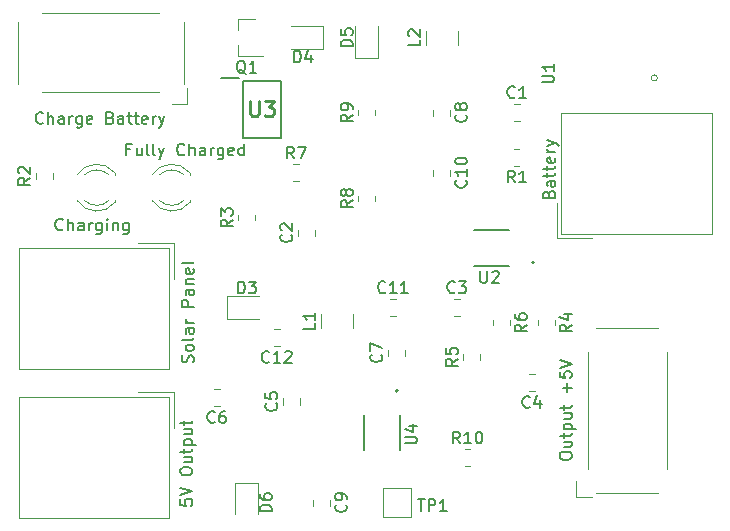
<source format=gbr>
%TF.GenerationSoftware,KiCad,Pcbnew,(5.1.10)-1*%
%TF.CreationDate,2021-08-29T18:49:46-07:00*%
%TF.ProjectId,Solar Charger,536f6c61-7220-4436-9861-726765722e6b,rev?*%
%TF.SameCoordinates,Original*%
%TF.FileFunction,Legend,Top*%
%TF.FilePolarity,Positive*%
%FSLAX46Y46*%
G04 Gerber Fmt 4.6, Leading zero omitted, Abs format (unit mm)*
G04 Created by KiCad (PCBNEW (5.1.10)-1) date 2021-08-29 18:49:46*
%MOMM*%
%LPD*%
G01*
G04 APERTURE LIST*
%ADD10C,0.120000*%
%ADD11C,0.200000*%
%ADD12C,0.127000*%
%ADD13C,0.150000*%
%ADD14C,0.254000*%
G04 APERTURE END LIST*
D10*
%TO.C,Output +5V*%
X116810000Y-94740000D02*
X116810000Y-93440000D01*
X118110000Y-94740000D02*
X116810000Y-94740000D01*
X124460000Y-82490000D02*
X124460000Y-92390000D01*
X117760000Y-92390000D02*
X117760000Y-82490000D01*
X123710000Y-94440000D02*
X118510000Y-94440000D01*
X118510000Y-80440000D02*
X123710000Y-80440000D01*
%TO.C,Fully Charged*%
X81508870Y-67500163D02*
G75*
G02*
X83590961Y-67500000I1041130J-1079837D01*
G01*
X81508870Y-69659837D02*
G75*
G03*
X83590961Y-69660000I1041130J1079837D01*
G01*
X80877665Y-67501392D02*
G75*
G02*
X84110000Y-67344484I1672335J-1078608D01*
G01*
X80877665Y-69658608D02*
G75*
G03*
X84110000Y-69815516I1672335J1078608D01*
G01*
X84110000Y-69816000D02*
X84110000Y-69660000D01*
X84110000Y-67500000D02*
X84110000Y-67344000D01*
%TO.C,Charge Battery*%
X83850000Y-61470000D02*
X82550000Y-61470000D01*
X83850000Y-60170000D02*
X83850000Y-61470000D01*
X71600000Y-53820000D02*
X81500000Y-53820000D01*
X81500000Y-60520000D02*
X71600000Y-60520000D01*
X83550000Y-54570000D02*
X83550000Y-59770000D01*
X69550000Y-59770000D02*
X69550000Y-54570000D01*
D11*
%TO.C,U4*%
X101685000Y-85770000D02*
G75*
G03*
X101685000Y-85770000I-100000J0D01*
G01*
D12*
X101865000Y-87790000D02*
X101865000Y-90790000D01*
X98795000Y-87790000D02*
X98795000Y-90790000D01*
D11*
%TO.C,U3*%
X88570000Y-59510000D02*
X91770000Y-59510000D01*
X91770000Y-59510000D02*
X91770000Y-64410000D01*
X91770000Y-64410000D02*
X88570000Y-64410000D01*
X88570000Y-64410000D02*
X88570000Y-59510000D01*
X86695000Y-59285000D02*
X88220000Y-59285000D01*
%TO.C,U2*%
X113230000Y-74915000D02*
G75*
G03*
X113230000Y-74915000I-100000J0D01*
G01*
D12*
X111110000Y-75195000D02*
X108110000Y-75195000D01*
X111110000Y-72125000D02*
X108110000Y-72125000D01*
D10*
%TO.C,U1*%
X123661110Y-59286000D02*
G75*
G03*
X123661110Y-59286000I-257155J0D01*
G01*
%TO.C,TP1*%
X100400000Y-94050000D02*
X102800000Y-94050000D01*
X102800000Y-94050000D02*
X102800000Y-96450000D01*
X102800000Y-96450000D02*
X100400000Y-96450000D01*
X100400000Y-96450000D02*
X100400000Y-94050000D01*
%TO.C,R10*%
X107365436Y-90705000D02*
X107819564Y-90705000D01*
X107365436Y-92175000D02*
X107819564Y-92175000D01*
%TO.C,R9*%
X98325000Y-62457064D02*
X98325000Y-62002936D01*
X99795000Y-62457064D02*
X99795000Y-62002936D01*
%TO.C,R8*%
X98325000Y-69719564D02*
X98325000Y-69265436D01*
X99795000Y-69719564D02*
X99795000Y-69265436D01*
%TO.C,R7*%
X92840436Y-66575000D02*
X93294564Y-66575000D01*
X92840436Y-68045000D02*
X93294564Y-68045000D01*
%TO.C,R6*%
X111225000Y-79782936D02*
X111225000Y-80237064D01*
X109755000Y-79782936D02*
X109755000Y-80237064D01*
%TO.C,R5*%
X107215000Y-83134564D02*
X107215000Y-82680436D01*
X108685000Y-83134564D02*
X108685000Y-82680436D01*
%TO.C,R4*%
X115035000Y-79782936D02*
X115035000Y-80237064D01*
X113565000Y-79782936D02*
X113565000Y-80237064D01*
%TO.C,R3*%
X88165000Y-71347064D02*
X88165000Y-70892936D01*
X89635000Y-71347064D02*
X89635000Y-70892936D01*
%TO.C,R2*%
X71020000Y-67814564D02*
X71020000Y-67360436D01*
X72490000Y-67814564D02*
X72490000Y-67360436D01*
%TO.C,R1*%
X111987064Y-66775000D02*
X111532936Y-66775000D01*
X111987064Y-65305000D02*
X111532936Y-65305000D01*
%TO.C,Q1*%
X88140000Y-54300000D02*
X88140000Y-55230000D01*
X88140000Y-57460000D02*
X88140000Y-56530000D01*
X88140000Y-57460000D02*
X90300000Y-57460000D01*
X88140000Y-54300000D02*
X89600000Y-54300000D01*
%TO.C,L2*%
X104050000Y-56482064D02*
X104050000Y-55277936D01*
X106770000Y-56482064D02*
X106770000Y-55277936D01*
%TO.C,L1*%
X95160000Y-80482064D02*
X95160000Y-79277936D01*
X97880000Y-80482064D02*
X97880000Y-79277936D01*
%TO.C,5V Output*%
X79700000Y-85900000D02*
X82700000Y-85900000D01*
X82700000Y-85900000D02*
X82700000Y-88900000D01*
X82320000Y-86280000D02*
X82320000Y-96520000D01*
X82320000Y-96520000D02*
X69580000Y-96520000D01*
X69580000Y-86280000D02*
X69580000Y-96520000D01*
X82320000Y-86280000D02*
X69580000Y-86280000D01*
X82320000Y-86280000D02*
X82320000Y-96520000D01*
X82320000Y-96520000D02*
X69580000Y-96520000D01*
X69580000Y-86280000D02*
X69580000Y-96520000D01*
X82320000Y-86280000D02*
X69580000Y-86280000D01*
%TO.C,Solar Panel*%
X79700000Y-73280000D02*
X82700000Y-73280000D01*
X82700000Y-73280000D02*
X82700000Y-76280000D01*
X82320000Y-73660000D02*
X82320000Y-83900000D01*
X82320000Y-83900000D02*
X69580000Y-83900000D01*
X69580000Y-73660000D02*
X69580000Y-83900000D01*
X82320000Y-73660000D02*
X69580000Y-73660000D01*
X82320000Y-73660000D02*
X82320000Y-83900000D01*
X82320000Y-83900000D02*
X69580000Y-83900000D01*
X69580000Y-73660000D02*
X69580000Y-83900000D01*
X82320000Y-73660000D02*
X69580000Y-73660000D01*
%TO.C,Battery*%
X118166000Y-72850000D02*
X115166000Y-72850000D01*
X115166000Y-72850000D02*
X115166000Y-69850000D01*
X115546000Y-72470000D02*
X115546000Y-62230000D01*
X115546000Y-62230000D02*
X128286000Y-62230000D01*
X128286000Y-72470000D02*
X128286000Y-62230000D01*
X115546000Y-72470000D02*
X128286000Y-72470000D01*
X115546000Y-72470000D02*
X115546000Y-62230000D01*
X115546000Y-62230000D02*
X128286000Y-62230000D01*
X128286000Y-72470000D02*
X128286000Y-62230000D01*
X115546000Y-72470000D02*
X128286000Y-72470000D01*
%TO.C,D6*%
X89860000Y-96250000D02*
X89860000Y-93565000D01*
X89860000Y-93565000D02*
X87940000Y-93565000D01*
X87940000Y-93565000D02*
X87940000Y-96250000D01*
%TO.C,D5*%
X98100000Y-54880000D02*
X98100000Y-57565000D01*
X98100000Y-57565000D02*
X100020000Y-57565000D01*
X100020000Y-57565000D02*
X100020000Y-54880000D01*
%TO.C,D4*%
X92647500Y-56840000D02*
X95332500Y-56840000D01*
X95332500Y-56840000D02*
X95332500Y-54920000D01*
X95332500Y-54920000D02*
X92647500Y-54920000D01*
%TO.C,D3*%
X89900000Y-77780000D02*
X87215000Y-77780000D01*
X87215000Y-77780000D02*
X87215000Y-79700000D01*
X87215000Y-79700000D02*
X89900000Y-79700000D01*
%TO.C,Charging*%
X75158870Y-67500163D02*
G75*
G02*
X77240961Y-67500000I1041130J-1079837D01*
G01*
X75158870Y-69659837D02*
G75*
G03*
X77240961Y-69660000I1041130J1079837D01*
G01*
X74527665Y-67501392D02*
G75*
G02*
X77760000Y-67344484I1672335J-1078608D01*
G01*
X74527665Y-69658608D02*
G75*
G03*
X77760000Y-69815516I1672335J1078608D01*
G01*
X77760000Y-69816000D02*
X77760000Y-69660000D01*
X77760000Y-67500000D02*
X77760000Y-67344000D01*
%TO.C,C12*%
X91701252Y-82015000D02*
X91178748Y-82015000D01*
X91701252Y-80545000D02*
X91178748Y-80545000D01*
%TO.C,C11*%
X101018748Y-78005000D02*
X101541252Y-78005000D01*
X101018748Y-79475000D02*
X101541252Y-79475000D01*
%TO.C,C10*%
X106145000Y-67048748D02*
X106145000Y-67571252D01*
X104675000Y-67048748D02*
X104675000Y-67571252D01*
%TO.C,C9*%
X95985000Y-94988748D02*
X95985000Y-95511252D01*
X94515000Y-94988748D02*
X94515000Y-95511252D01*
%TO.C,C8*%
X106145000Y-61968748D02*
X106145000Y-62491252D01*
X104675000Y-61968748D02*
X104675000Y-62491252D01*
%TO.C,C7*%
X100865000Y-82811252D02*
X100865000Y-82288748D01*
X102335000Y-82811252D02*
X102335000Y-82288748D01*
%TO.C,C6*%
X86621252Y-87095000D02*
X86098748Y-87095000D01*
X86621252Y-85625000D02*
X86098748Y-85625000D01*
%TO.C,C5*%
X91975000Y-86941252D02*
X91975000Y-86418748D01*
X93445000Y-86941252D02*
X93445000Y-86418748D01*
%TO.C,C4*%
X113291252Y-85825000D02*
X112768748Y-85825000D01*
X113291252Y-84355000D02*
X112768748Y-84355000D01*
%TO.C,C3*%
X106418748Y-78005000D02*
X106941252Y-78005000D01*
X106418748Y-79475000D02*
X106941252Y-79475000D01*
%TO.C,C2*%
X93245000Y-72651252D02*
X93245000Y-72128748D01*
X94715000Y-72651252D02*
X94715000Y-72128748D01*
%TO.C,C1*%
X111498748Y-61495000D02*
X112021252Y-61495000D01*
X111498748Y-62965000D02*
X112021252Y-62965000D01*
%TO.C,Output +5V*%
D13*
X115403380Y-91368571D02*
X115403380Y-91178095D01*
X115451000Y-91082857D01*
X115546238Y-90987619D01*
X115736714Y-90940000D01*
X116070047Y-90940000D01*
X116260523Y-90987619D01*
X116355761Y-91082857D01*
X116403380Y-91178095D01*
X116403380Y-91368571D01*
X116355761Y-91463809D01*
X116260523Y-91559047D01*
X116070047Y-91606666D01*
X115736714Y-91606666D01*
X115546238Y-91559047D01*
X115451000Y-91463809D01*
X115403380Y-91368571D01*
X115736714Y-90082857D02*
X116403380Y-90082857D01*
X115736714Y-90511428D02*
X116260523Y-90511428D01*
X116355761Y-90463809D01*
X116403380Y-90368571D01*
X116403380Y-90225714D01*
X116355761Y-90130476D01*
X116308142Y-90082857D01*
X115736714Y-89749523D02*
X115736714Y-89368571D01*
X115403380Y-89606666D02*
X116260523Y-89606666D01*
X116355761Y-89559047D01*
X116403380Y-89463809D01*
X116403380Y-89368571D01*
X115736714Y-89035238D02*
X116736714Y-89035238D01*
X115784333Y-89035238D02*
X115736714Y-88940000D01*
X115736714Y-88749523D01*
X115784333Y-88654285D01*
X115831952Y-88606666D01*
X115927190Y-88559047D01*
X116212904Y-88559047D01*
X116308142Y-88606666D01*
X116355761Y-88654285D01*
X116403380Y-88749523D01*
X116403380Y-88940000D01*
X116355761Y-89035238D01*
X115736714Y-87701904D02*
X116403380Y-87701904D01*
X115736714Y-88130476D02*
X116260523Y-88130476D01*
X116355761Y-88082857D01*
X116403380Y-87987619D01*
X116403380Y-87844761D01*
X116355761Y-87749523D01*
X116308142Y-87701904D01*
X115736714Y-87368571D02*
X115736714Y-86987619D01*
X115403380Y-87225714D02*
X116260523Y-87225714D01*
X116355761Y-87178095D01*
X116403380Y-87082857D01*
X116403380Y-86987619D01*
X116022428Y-85892380D02*
X116022428Y-85130476D01*
X116403380Y-85511428D02*
X115641476Y-85511428D01*
X115403380Y-84178095D02*
X115403380Y-84654285D01*
X115879571Y-84701904D01*
X115831952Y-84654285D01*
X115784333Y-84559047D01*
X115784333Y-84320952D01*
X115831952Y-84225714D01*
X115879571Y-84178095D01*
X115974809Y-84130476D01*
X116212904Y-84130476D01*
X116308142Y-84178095D01*
X116355761Y-84225714D01*
X116403380Y-84320952D01*
X116403380Y-84559047D01*
X116355761Y-84654285D01*
X116308142Y-84701904D01*
X115403380Y-83844761D02*
X116403380Y-83511428D01*
X115403380Y-83178095D01*
%TO.C,Fully Charged*%
X79050142Y-65333571D02*
X78716809Y-65333571D01*
X78716809Y-65857380D02*
X78716809Y-64857380D01*
X79193000Y-64857380D01*
X80002523Y-65190714D02*
X80002523Y-65857380D01*
X79573952Y-65190714D02*
X79573952Y-65714523D01*
X79621571Y-65809761D01*
X79716809Y-65857380D01*
X79859666Y-65857380D01*
X79954904Y-65809761D01*
X80002523Y-65762142D01*
X80621571Y-65857380D02*
X80526333Y-65809761D01*
X80478714Y-65714523D01*
X80478714Y-64857380D01*
X81145380Y-65857380D02*
X81050142Y-65809761D01*
X81002523Y-65714523D01*
X81002523Y-64857380D01*
X81431095Y-65190714D02*
X81669190Y-65857380D01*
X81907285Y-65190714D02*
X81669190Y-65857380D01*
X81573952Y-66095476D01*
X81526333Y-66143095D01*
X81431095Y-66190714D01*
X83621571Y-65762142D02*
X83573952Y-65809761D01*
X83431095Y-65857380D01*
X83335857Y-65857380D01*
X83193000Y-65809761D01*
X83097761Y-65714523D01*
X83050142Y-65619285D01*
X83002523Y-65428809D01*
X83002523Y-65285952D01*
X83050142Y-65095476D01*
X83097761Y-65000238D01*
X83193000Y-64905000D01*
X83335857Y-64857380D01*
X83431095Y-64857380D01*
X83573952Y-64905000D01*
X83621571Y-64952619D01*
X84050142Y-65857380D02*
X84050142Y-64857380D01*
X84478714Y-65857380D02*
X84478714Y-65333571D01*
X84431095Y-65238333D01*
X84335857Y-65190714D01*
X84193000Y-65190714D01*
X84097761Y-65238333D01*
X84050142Y-65285952D01*
X85383476Y-65857380D02*
X85383476Y-65333571D01*
X85335857Y-65238333D01*
X85240619Y-65190714D01*
X85050142Y-65190714D01*
X84954904Y-65238333D01*
X85383476Y-65809761D02*
X85288238Y-65857380D01*
X85050142Y-65857380D01*
X84954904Y-65809761D01*
X84907285Y-65714523D01*
X84907285Y-65619285D01*
X84954904Y-65524047D01*
X85050142Y-65476428D01*
X85288238Y-65476428D01*
X85383476Y-65428809D01*
X85859666Y-65857380D02*
X85859666Y-65190714D01*
X85859666Y-65381190D02*
X85907285Y-65285952D01*
X85954904Y-65238333D01*
X86050142Y-65190714D01*
X86145380Y-65190714D01*
X86907285Y-65190714D02*
X86907285Y-66000238D01*
X86859666Y-66095476D01*
X86812047Y-66143095D01*
X86716809Y-66190714D01*
X86573952Y-66190714D01*
X86478714Y-66143095D01*
X86907285Y-65809761D02*
X86812047Y-65857380D01*
X86621571Y-65857380D01*
X86526333Y-65809761D01*
X86478714Y-65762142D01*
X86431095Y-65666904D01*
X86431095Y-65381190D01*
X86478714Y-65285952D01*
X86526333Y-65238333D01*
X86621571Y-65190714D01*
X86812047Y-65190714D01*
X86907285Y-65238333D01*
X87764428Y-65809761D02*
X87669190Y-65857380D01*
X87478714Y-65857380D01*
X87383476Y-65809761D01*
X87335857Y-65714523D01*
X87335857Y-65333571D01*
X87383476Y-65238333D01*
X87478714Y-65190714D01*
X87669190Y-65190714D01*
X87764428Y-65238333D01*
X87812047Y-65333571D01*
X87812047Y-65428809D01*
X87335857Y-65524047D01*
X88669190Y-65857380D02*
X88669190Y-64857380D01*
X88669190Y-65809761D02*
X88573952Y-65857380D01*
X88383476Y-65857380D01*
X88288238Y-65809761D01*
X88240619Y-65762142D01*
X88193000Y-65666904D01*
X88193000Y-65381190D01*
X88240619Y-65285952D01*
X88288238Y-65238333D01*
X88383476Y-65190714D01*
X88573952Y-65190714D01*
X88669190Y-65238333D01*
%TO.C,Charge Battery*%
X71644476Y-63095142D02*
X71596857Y-63142761D01*
X71454000Y-63190380D01*
X71358761Y-63190380D01*
X71215904Y-63142761D01*
X71120666Y-63047523D01*
X71073047Y-62952285D01*
X71025428Y-62761809D01*
X71025428Y-62618952D01*
X71073047Y-62428476D01*
X71120666Y-62333238D01*
X71215904Y-62238000D01*
X71358761Y-62190380D01*
X71454000Y-62190380D01*
X71596857Y-62238000D01*
X71644476Y-62285619D01*
X72073047Y-63190380D02*
X72073047Y-62190380D01*
X72501619Y-63190380D02*
X72501619Y-62666571D01*
X72454000Y-62571333D01*
X72358761Y-62523714D01*
X72215904Y-62523714D01*
X72120666Y-62571333D01*
X72073047Y-62618952D01*
X73406380Y-63190380D02*
X73406380Y-62666571D01*
X73358761Y-62571333D01*
X73263523Y-62523714D01*
X73073047Y-62523714D01*
X72977809Y-62571333D01*
X73406380Y-63142761D02*
X73311142Y-63190380D01*
X73073047Y-63190380D01*
X72977809Y-63142761D01*
X72930190Y-63047523D01*
X72930190Y-62952285D01*
X72977809Y-62857047D01*
X73073047Y-62809428D01*
X73311142Y-62809428D01*
X73406380Y-62761809D01*
X73882571Y-63190380D02*
X73882571Y-62523714D01*
X73882571Y-62714190D02*
X73930190Y-62618952D01*
X73977809Y-62571333D01*
X74073047Y-62523714D01*
X74168285Y-62523714D01*
X74930190Y-62523714D02*
X74930190Y-63333238D01*
X74882571Y-63428476D01*
X74834952Y-63476095D01*
X74739714Y-63523714D01*
X74596857Y-63523714D01*
X74501619Y-63476095D01*
X74930190Y-63142761D02*
X74834952Y-63190380D01*
X74644476Y-63190380D01*
X74549238Y-63142761D01*
X74501619Y-63095142D01*
X74454000Y-62999904D01*
X74454000Y-62714190D01*
X74501619Y-62618952D01*
X74549238Y-62571333D01*
X74644476Y-62523714D01*
X74834952Y-62523714D01*
X74930190Y-62571333D01*
X75787333Y-63142761D02*
X75692095Y-63190380D01*
X75501619Y-63190380D01*
X75406380Y-63142761D01*
X75358761Y-63047523D01*
X75358761Y-62666571D01*
X75406380Y-62571333D01*
X75501619Y-62523714D01*
X75692095Y-62523714D01*
X75787333Y-62571333D01*
X75834952Y-62666571D01*
X75834952Y-62761809D01*
X75358761Y-62857047D01*
X77358761Y-62666571D02*
X77501619Y-62714190D01*
X77549238Y-62761809D01*
X77596857Y-62857047D01*
X77596857Y-62999904D01*
X77549238Y-63095142D01*
X77501619Y-63142761D01*
X77406380Y-63190380D01*
X77025428Y-63190380D01*
X77025428Y-62190380D01*
X77358761Y-62190380D01*
X77454000Y-62238000D01*
X77501619Y-62285619D01*
X77549238Y-62380857D01*
X77549238Y-62476095D01*
X77501619Y-62571333D01*
X77454000Y-62618952D01*
X77358761Y-62666571D01*
X77025428Y-62666571D01*
X78454000Y-63190380D02*
X78454000Y-62666571D01*
X78406380Y-62571333D01*
X78311142Y-62523714D01*
X78120666Y-62523714D01*
X78025428Y-62571333D01*
X78454000Y-63142761D02*
X78358761Y-63190380D01*
X78120666Y-63190380D01*
X78025428Y-63142761D01*
X77977809Y-63047523D01*
X77977809Y-62952285D01*
X78025428Y-62857047D01*
X78120666Y-62809428D01*
X78358761Y-62809428D01*
X78454000Y-62761809D01*
X78787333Y-62523714D02*
X79168285Y-62523714D01*
X78930190Y-62190380D02*
X78930190Y-63047523D01*
X78977809Y-63142761D01*
X79073047Y-63190380D01*
X79168285Y-63190380D01*
X79358761Y-62523714D02*
X79739714Y-62523714D01*
X79501619Y-62190380D02*
X79501619Y-63047523D01*
X79549238Y-63142761D01*
X79644476Y-63190380D01*
X79739714Y-63190380D01*
X80454000Y-63142761D02*
X80358761Y-63190380D01*
X80168285Y-63190380D01*
X80073047Y-63142761D01*
X80025428Y-63047523D01*
X80025428Y-62666571D01*
X80073047Y-62571333D01*
X80168285Y-62523714D01*
X80358761Y-62523714D01*
X80454000Y-62571333D01*
X80501619Y-62666571D01*
X80501619Y-62761809D01*
X80025428Y-62857047D01*
X80930190Y-63190380D02*
X80930190Y-62523714D01*
X80930190Y-62714190D02*
X80977809Y-62618952D01*
X81025428Y-62571333D01*
X81120666Y-62523714D01*
X81215904Y-62523714D01*
X81454000Y-62523714D02*
X81692095Y-63190380D01*
X81930190Y-62523714D02*
X81692095Y-63190380D01*
X81596857Y-63428476D01*
X81549238Y-63476095D01*
X81454000Y-63523714D01*
%TO.C,U4*%
X102317380Y-90226904D02*
X103126904Y-90226904D01*
X103222142Y-90179285D01*
X103269761Y-90131666D01*
X103317380Y-90036428D01*
X103317380Y-89845952D01*
X103269761Y-89750714D01*
X103222142Y-89703095D01*
X103126904Y-89655476D01*
X102317380Y-89655476D01*
X102650714Y-88750714D02*
X103317380Y-88750714D01*
X102269761Y-88988809D02*
X102984047Y-89226904D01*
X102984047Y-88607857D01*
%TO.C,U3*%
D14*
X89202380Y-61264523D02*
X89202380Y-62292619D01*
X89262857Y-62413571D01*
X89323333Y-62474047D01*
X89444285Y-62534523D01*
X89686190Y-62534523D01*
X89807142Y-62474047D01*
X89867619Y-62413571D01*
X89928095Y-62292619D01*
X89928095Y-61264523D01*
X90411904Y-61264523D02*
X91198095Y-61264523D01*
X90774761Y-61748333D01*
X90956190Y-61748333D01*
X91077142Y-61808809D01*
X91137619Y-61869285D01*
X91198095Y-61990238D01*
X91198095Y-62292619D01*
X91137619Y-62413571D01*
X91077142Y-62474047D01*
X90956190Y-62534523D01*
X90593333Y-62534523D01*
X90472380Y-62474047D01*
X90411904Y-62413571D01*
%TO.C,U2*%
D13*
X108673095Y-75647380D02*
X108673095Y-76456904D01*
X108720714Y-76552142D01*
X108768333Y-76599761D01*
X108863571Y-76647380D01*
X109054047Y-76647380D01*
X109149285Y-76599761D01*
X109196904Y-76552142D01*
X109244523Y-76456904D01*
X109244523Y-75647380D01*
X109673095Y-75742619D02*
X109720714Y-75695000D01*
X109815952Y-75647380D01*
X110054047Y-75647380D01*
X110149285Y-75695000D01*
X110196904Y-75742619D01*
X110244523Y-75837857D01*
X110244523Y-75933095D01*
X110196904Y-76075952D01*
X109625476Y-76647380D01*
X110244523Y-76647380D01*
%TO.C,U1*%
X113912380Y-59666904D02*
X114721904Y-59666904D01*
X114817142Y-59619285D01*
X114864761Y-59571666D01*
X114912380Y-59476428D01*
X114912380Y-59285952D01*
X114864761Y-59190714D01*
X114817142Y-59143095D01*
X114721904Y-59095476D01*
X113912380Y-59095476D01*
X114912380Y-58095476D02*
X114912380Y-58666904D01*
X114912380Y-58381190D02*
X113912380Y-58381190D01*
X114055238Y-58476428D01*
X114150476Y-58571666D01*
X114198095Y-58666904D01*
%TO.C,TP1*%
X103386095Y-94956380D02*
X103957523Y-94956380D01*
X103671809Y-95956380D02*
X103671809Y-94956380D01*
X104290857Y-95956380D02*
X104290857Y-94956380D01*
X104671809Y-94956380D01*
X104767047Y-95004000D01*
X104814666Y-95051619D01*
X104862285Y-95146857D01*
X104862285Y-95289714D01*
X104814666Y-95384952D01*
X104767047Y-95432571D01*
X104671809Y-95480190D01*
X104290857Y-95480190D01*
X105814666Y-95956380D02*
X105243238Y-95956380D01*
X105528952Y-95956380D02*
X105528952Y-94956380D01*
X105433714Y-95099238D01*
X105338476Y-95194476D01*
X105243238Y-95242095D01*
%TO.C,R10*%
X106949642Y-90242380D02*
X106616309Y-89766190D01*
X106378214Y-90242380D02*
X106378214Y-89242380D01*
X106759166Y-89242380D01*
X106854404Y-89290000D01*
X106902023Y-89337619D01*
X106949642Y-89432857D01*
X106949642Y-89575714D01*
X106902023Y-89670952D01*
X106854404Y-89718571D01*
X106759166Y-89766190D01*
X106378214Y-89766190D01*
X107902023Y-90242380D02*
X107330595Y-90242380D01*
X107616309Y-90242380D02*
X107616309Y-89242380D01*
X107521071Y-89385238D01*
X107425833Y-89480476D01*
X107330595Y-89528095D01*
X108521071Y-89242380D02*
X108616309Y-89242380D01*
X108711547Y-89290000D01*
X108759166Y-89337619D01*
X108806785Y-89432857D01*
X108854404Y-89623333D01*
X108854404Y-89861428D01*
X108806785Y-90051904D01*
X108759166Y-90147142D01*
X108711547Y-90194761D01*
X108616309Y-90242380D01*
X108521071Y-90242380D01*
X108425833Y-90194761D01*
X108378214Y-90147142D01*
X108330595Y-90051904D01*
X108282976Y-89861428D01*
X108282976Y-89623333D01*
X108330595Y-89432857D01*
X108378214Y-89337619D01*
X108425833Y-89290000D01*
X108521071Y-89242380D01*
%TO.C,R9*%
X97862380Y-62396666D02*
X97386190Y-62730000D01*
X97862380Y-62968095D02*
X96862380Y-62968095D01*
X96862380Y-62587142D01*
X96910000Y-62491904D01*
X96957619Y-62444285D01*
X97052857Y-62396666D01*
X97195714Y-62396666D01*
X97290952Y-62444285D01*
X97338571Y-62491904D01*
X97386190Y-62587142D01*
X97386190Y-62968095D01*
X97862380Y-61920476D02*
X97862380Y-61730000D01*
X97814761Y-61634761D01*
X97767142Y-61587142D01*
X97624285Y-61491904D01*
X97433809Y-61444285D01*
X97052857Y-61444285D01*
X96957619Y-61491904D01*
X96910000Y-61539523D01*
X96862380Y-61634761D01*
X96862380Y-61825238D01*
X96910000Y-61920476D01*
X96957619Y-61968095D01*
X97052857Y-62015714D01*
X97290952Y-62015714D01*
X97386190Y-61968095D01*
X97433809Y-61920476D01*
X97481428Y-61825238D01*
X97481428Y-61634761D01*
X97433809Y-61539523D01*
X97386190Y-61491904D01*
X97290952Y-61444285D01*
%TO.C,R8*%
X97862380Y-69659166D02*
X97386190Y-69992500D01*
X97862380Y-70230595D02*
X96862380Y-70230595D01*
X96862380Y-69849642D01*
X96910000Y-69754404D01*
X96957619Y-69706785D01*
X97052857Y-69659166D01*
X97195714Y-69659166D01*
X97290952Y-69706785D01*
X97338571Y-69754404D01*
X97386190Y-69849642D01*
X97386190Y-70230595D01*
X97290952Y-69087738D02*
X97243333Y-69182976D01*
X97195714Y-69230595D01*
X97100476Y-69278214D01*
X97052857Y-69278214D01*
X96957619Y-69230595D01*
X96910000Y-69182976D01*
X96862380Y-69087738D01*
X96862380Y-68897261D01*
X96910000Y-68802023D01*
X96957619Y-68754404D01*
X97052857Y-68706785D01*
X97100476Y-68706785D01*
X97195714Y-68754404D01*
X97243333Y-68802023D01*
X97290952Y-68897261D01*
X97290952Y-69087738D01*
X97338571Y-69182976D01*
X97386190Y-69230595D01*
X97481428Y-69278214D01*
X97671904Y-69278214D01*
X97767142Y-69230595D01*
X97814761Y-69182976D01*
X97862380Y-69087738D01*
X97862380Y-68897261D01*
X97814761Y-68802023D01*
X97767142Y-68754404D01*
X97671904Y-68706785D01*
X97481428Y-68706785D01*
X97386190Y-68754404D01*
X97338571Y-68802023D01*
X97290952Y-68897261D01*
%TO.C,R7*%
X92900833Y-66112380D02*
X92567500Y-65636190D01*
X92329404Y-66112380D02*
X92329404Y-65112380D01*
X92710357Y-65112380D01*
X92805595Y-65160000D01*
X92853214Y-65207619D01*
X92900833Y-65302857D01*
X92900833Y-65445714D01*
X92853214Y-65540952D01*
X92805595Y-65588571D01*
X92710357Y-65636190D01*
X92329404Y-65636190D01*
X93234166Y-65112380D02*
X93900833Y-65112380D01*
X93472261Y-66112380D01*
%TO.C,R6*%
X112592380Y-80176666D02*
X112116190Y-80510000D01*
X112592380Y-80748095D02*
X111592380Y-80748095D01*
X111592380Y-80367142D01*
X111640000Y-80271904D01*
X111687619Y-80224285D01*
X111782857Y-80176666D01*
X111925714Y-80176666D01*
X112020952Y-80224285D01*
X112068571Y-80271904D01*
X112116190Y-80367142D01*
X112116190Y-80748095D01*
X111592380Y-79319523D02*
X111592380Y-79510000D01*
X111640000Y-79605238D01*
X111687619Y-79652857D01*
X111830476Y-79748095D01*
X112020952Y-79795714D01*
X112401904Y-79795714D01*
X112497142Y-79748095D01*
X112544761Y-79700476D01*
X112592380Y-79605238D01*
X112592380Y-79414761D01*
X112544761Y-79319523D01*
X112497142Y-79271904D01*
X112401904Y-79224285D01*
X112163809Y-79224285D01*
X112068571Y-79271904D01*
X112020952Y-79319523D01*
X111973333Y-79414761D01*
X111973333Y-79605238D01*
X112020952Y-79700476D01*
X112068571Y-79748095D01*
X112163809Y-79795714D01*
%TO.C,R5*%
X106752380Y-83074166D02*
X106276190Y-83407500D01*
X106752380Y-83645595D02*
X105752380Y-83645595D01*
X105752380Y-83264642D01*
X105800000Y-83169404D01*
X105847619Y-83121785D01*
X105942857Y-83074166D01*
X106085714Y-83074166D01*
X106180952Y-83121785D01*
X106228571Y-83169404D01*
X106276190Y-83264642D01*
X106276190Y-83645595D01*
X105752380Y-82169404D02*
X105752380Y-82645595D01*
X106228571Y-82693214D01*
X106180952Y-82645595D01*
X106133333Y-82550357D01*
X106133333Y-82312261D01*
X106180952Y-82217023D01*
X106228571Y-82169404D01*
X106323809Y-82121785D01*
X106561904Y-82121785D01*
X106657142Y-82169404D01*
X106704761Y-82217023D01*
X106752380Y-82312261D01*
X106752380Y-82550357D01*
X106704761Y-82645595D01*
X106657142Y-82693214D01*
%TO.C,R4*%
X116402380Y-80176666D02*
X115926190Y-80510000D01*
X116402380Y-80748095D02*
X115402380Y-80748095D01*
X115402380Y-80367142D01*
X115450000Y-80271904D01*
X115497619Y-80224285D01*
X115592857Y-80176666D01*
X115735714Y-80176666D01*
X115830952Y-80224285D01*
X115878571Y-80271904D01*
X115926190Y-80367142D01*
X115926190Y-80748095D01*
X115735714Y-79319523D02*
X116402380Y-79319523D01*
X115354761Y-79557619D02*
X116069047Y-79795714D01*
X116069047Y-79176666D01*
%TO.C,R3*%
X87702380Y-71286666D02*
X87226190Y-71620000D01*
X87702380Y-71858095D02*
X86702380Y-71858095D01*
X86702380Y-71477142D01*
X86750000Y-71381904D01*
X86797619Y-71334285D01*
X86892857Y-71286666D01*
X87035714Y-71286666D01*
X87130952Y-71334285D01*
X87178571Y-71381904D01*
X87226190Y-71477142D01*
X87226190Y-71858095D01*
X86702380Y-70953333D02*
X86702380Y-70334285D01*
X87083333Y-70667619D01*
X87083333Y-70524761D01*
X87130952Y-70429523D01*
X87178571Y-70381904D01*
X87273809Y-70334285D01*
X87511904Y-70334285D01*
X87607142Y-70381904D01*
X87654761Y-70429523D01*
X87702380Y-70524761D01*
X87702380Y-70810476D01*
X87654761Y-70905714D01*
X87607142Y-70953333D01*
%TO.C,R2*%
X70557380Y-67754166D02*
X70081190Y-68087500D01*
X70557380Y-68325595D02*
X69557380Y-68325595D01*
X69557380Y-67944642D01*
X69605000Y-67849404D01*
X69652619Y-67801785D01*
X69747857Y-67754166D01*
X69890714Y-67754166D01*
X69985952Y-67801785D01*
X70033571Y-67849404D01*
X70081190Y-67944642D01*
X70081190Y-68325595D01*
X69652619Y-67373214D02*
X69605000Y-67325595D01*
X69557380Y-67230357D01*
X69557380Y-66992261D01*
X69605000Y-66897023D01*
X69652619Y-66849404D01*
X69747857Y-66801785D01*
X69843095Y-66801785D01*
X69985952Y-66849404D01*
X70557380Y-67420833D01*
X70557380Y-66801785D01*
%TO.C,R1*%
X111593333Y-68142380D02*
X111260000Y-67666190D01*
X111021904Y-68142380D02*
X111021904Y-67142380D01*
X111402857Y-67142380D01*
X111498095Y-67190000D01*
X111545714Y-67237619D01*
X111593333Y-67332857D01*
X111593333Y-67475714D01*
X111545714Y-67570952D01*
X111498095Y-67618571D01*
X111402857Y-67666190D01*
X111021904Y-67666190D01*
X112545714Y-68142380D02*
X111974285Y-68142380D01*
X112260000Y-68142380D02*
X112260000Y-67142380D01*
X112164761Y-67285238D01*
X112069523Y-67380476D01*
X111974285Y-67428095D01*
%TO.C,Q1*%
X88804761Y-58927619D02*
X88709523Y-58880000D01*
X88614285Y-58784761D01*
X88471428Y-58641904D01*
X88376190Y-58594285D01*
X88280952Y-58594285D01*
X88328571Y-58832380D02*
X88233333Y-58784761D01*
X88138095Y-58689523D01*
X88090476Y-58499047D01*
X88090476Y-58165714D01*
X88138095Y-57975238D01*
X88233333Y-57880000D01*
X88328571Y-57832380D01*
X88519047Y-57832380D01*
X88614285Y-57880000D01*
X88709523Y-57975238D01*
X88757142Y-58165714D01*
X88757142Y-58499047D01*
X88709523Y-58689523D01*
X88614285Y-58784761D01*
X88519047Y-58832380D01*
X88328571Y-58832380D01*
X89709523Y-58832380D02*
X89138095Y-58832380D01*
X89423809Y-58832380D02*
X89423809Y-57832380D01*
X89328571Y-57975238D01*
X89233333Y-58070476D01*
X89138095Y-58118095D01*
%TO.C,L2*%
X103582380Y-56046666D02*
X103582380Y-56522857D01*
X102582380Y-56522857D01*
X102677619Y-55760952D02*
X102630000Y-55713333D01*
X102582380Y-55618095D01*
X102582380Y-55380000D01*
X102630000Y-55284761D01*
X102677619Y-55237142D01*
X102772857Y-55189523D01*
X102868095Y-55189523D01*
X103010952Y-55237142D01*
X103582380Y-55808571D01*
X103582380Y-55189523D01*
%TO.C,L1*%
X94692380Y-80046666D02*
X94692380Y-80522857D01*
X93692380Y-80522857D01*
X94692380Y-79189523D02*
X94692380Y-79760952D01*
X94692380Y-79475238D02*
X93692380Y-79475238D01*
X93835238Y-79570476D01*
X93930476Y-79665714D01*
X93978095Y-79760952D01*
%TO.C,5V Output*%
X83272380Y-94971809D02*
X83272380Y-95448000D01*
X83748571Y-95495619D01*
X83700952Y-95448000D01*
X83653333Y-95352761D01*
X83653333Y-95114666D01*
X83700952Y-95019428D01*
X83748571Y-94971809D01*
X83843809Y-94924190D01*
X84081904Y-94924190D01*
X84177142Y-94971809D01*
X84224761Y-95019428D01*
X84272380Y-95114666D01*
X84272380Y-95352761D01*
X84224761Y-95448000D01*
X84177142Y-95495619D01*
X83272380Y-94638476D02*
X84272380Y-94305142D01*
X83272380Y-93971809D01*
X83272380Y-92686095D02*
X83272380Y-92495619D01*
X83320000Y-92400380D01*
X83415238Y-92305142D01*
X83605714Y-92257523D01*
X83939047Y-92257523D01*
X84129523Y-92305142D01*
X84224761Y-92400380D01*
X84272380Y-92495619D01*
X84272380Y-92686095D01*
X84224761Y-92781333D01*
X84129523Y-92876571D01*
X83939047Y-92924190D01*
X83605714Y-92924190D01*
X83415238Y-92876571D01*
X83320000Y-92781333D01*
X83272380Y-92686095D01*
X83605714Y-91400380D02*
X84272380Y-91400380D01*
X83605714Y-91828952D02*
X84129523Y-91828952D01*
X84224761Y-91781333D01*
X84272380Y-91686095D01*
X84272380Y-91543238D01*
X84224761Y-91448000D01*
X84177142Y-91400380D01*
X83605714Y-91067047D02*
X83605714Y-90686095D01*
X83272380Y-90924190D02*
X84129523Y-90924190D01*
X84224761Y-90876571D01*
X84272380Y-90781333D01*
X84272380Y-90686095D01*
X83605714Y-90352761D02*
X84605714Y-90352761D01*
X83653333Y-90352761D02*
X83605714Y-90257523D01*
X83605714Y-90067047D01*
X83653333Y-89971809D01*
X83700952Y-89924190D01*
X83796190Y-89876571D01*
X84081904Y-89876571D01*
X84177142Y-89924190D01*
X84224761Y-89971809D01*
X84272380Y-90067047D01*
X84272380Y-90257523D01*
X84224761Y-90352761D01*
X83605714Y-89019428D02*
X84272380Y-89019428D01*
X83605714Y-89448000D02*
X84129523Y-89448000D01*
X84224761Y-89400380D01*
X84272380Y-89305142D01*
X84272380Y-89162285D01*
X84224761Y-89067047D01*
X84177142Y-89019428D01*
X83605714Y-88686095D02*
X83605714Y-88305142D01*
X83272380Y-88543238D02*
X84129523Y-88543238D01*
X84224761Y-88495619D01*
X84272380Y-88400380D01*
X84272380Y-88305142D01*
%TO.C,Solar Panel*%
X84351761Y-83359095D02*
X84399380Y-83216238D01*
X84399380Y-82978142D01*
X84351761Y-82882904D01*
X84304142Y-82835285D01*
X84208904Y-82787666D01*
X84113666Y-82787666D01*
X84018428Y-82835285D01*
X83970809Y-82882904D01*
X83923190Y-82978142D01*
X83875571Y-83168619D01*
X83827952Y-83263857D01*
X83780333Y-83311476D01*
X83685095Y-83359095D01*
X83589857Y-83359095D01*
X83494619Y-83311476D01*
X83447000Y-83263857D01*
X83399380Y-83168619D01*
X83399380Y-82930523D01*
X83447000Y-82787666D01*
X84399380Y-82216238D02*
X84351761Y-82311476D01*
X84304142Y-82359095D01*
X84208904Y-82406714D01*
X83923190Y-82406714D01*
X83827952Y-82359095D01*
X83780333Y-82311476D01*
X83732714Y-82216238D01*
X83732714Y-82073380D01*
X83780333Y-81978142D01*
X83827952Y-81930523D01*
X83923190Y-81882904D01*
X84208904Y-81882904D01*
X84304142Y-81930523D01*
X84351761Y-81978142D01*
X84399380Y-82073380D01*
X84399380Y-82216238D01*
X84399380Y-81311476D02*
X84351761Y-81406714D01*
X84256523Y-81454333D01*
X83399380Y-81454333D01*
X84399380Y-80501952D02*
X83875571Y-80501952D01*
X83780333Y-80549571D01*
X83732714Y-80644809D01*
X83732714Y-80835285D01*
X83780333Y-80930523D01*
X84351761Y-80501952D02*
X84399380Y-80597190D01*
X84399380Y-80835285D01*
X84351761Y-80930523D01*
X84256523Y-80978142D01*
X84161285Y-80978142D01*
X84066047Y-80930523D01*
X84018428Y-80835285D01*
X84018428Y-80597190D01*
X83970809Y-80501952D01*
X84399380Y-80025761D02*
X83732714Y-80025761D01*
X83923190Y-80025761D02*
X83827952Y-79978142D01*
X83780333Y-79930523D01*
X83732714Y-79835285D01*
X83732714Y-79740047D01*
X84399380Y-78644809D02*
X83399380Y-78644809D01*
X83399380Y-78263857D01*
X83447000Y-78168619D01*
X83494619Y-78121000D01*
X83589857Y-78073380D01*
X83732714Y-78073380D01*
X83827952Y-78121000D01*
X83875571Y-78168619D01*
X83923190Y-78263857D01*
X83923190Y-78644809D01*
X84399380Y-77216238D02*
X83875571Y-77216238D01*
X83780333Y-77263857D01*
X83732714Y-77359095D01*
X83732714Y-77549571D01*
X83780333Y-77644809D01*
X84351761Y-77216238D02*
X84399380Y-77311476D01*
X84399380Y-77549571D01*
X84351761Y-77644809D01*
X84256523Y-77692428D01*
X84161285Y-77692428D01*
X84066047Y-77644809D01*
X84018428Y-77549571D01*
X84018428Y-77311476D01*
X83970809Y-77216238D01*
X83732714Y-76740047D02*
X84399380Y-76740047D01*
X83827952Y-76740047D02*
X83780333Y-76692428D01*
X83732714Y-76597190D01*
X83732714Y-76454333D01*
X83780333Y-76359095D01*
X83875571Y-76311476D01*
X84399380Y-76311476D01*
X84351761Y-75454333D02*
X84399380Y-75549571D01*
X84399380Y-75740047D01*
X84351761Y-75835285D01*
X84256523Y-75882904D01*
X83875571Y-75882904D01*
X83780333Y-75835285D01*
X83732714Y-75740047D01*
X83732714Y-75549571D01*
X83780333Y-75454333D01*
X83875571Y-75406714D01*
X83970809Y-75406714D01*
X84066047Y-75882904D01*
X84399380Y-74835285D02*
X84351761Y-74930523D01*
X84256523Y-74978142D01*
X83399380Y-74978142D01*
%TO.C,Battery*%
X114482571Y-69127428D02*
X114530190Y-68984571D01*
X114577809Y-68936952D01*
X114673047Y-68889333D01*
X114815904Y-68889333D01*
X114911142Y-68936952D01*
X114958761Y-68984571D01*
X115006380Y-69079809D01*
X115006380Y-69460761D01*
X114006380Y-69460761D01*
X114006380Y-69127428D01*
X114054000Y-69032190D01*
X114101619Y-68984571D01*
X114196857Y-68936952D01*
X114292095Y-68936952D01*
X114387333Y-68984571D01*
X114434952Y-69032190D01*
X114482571Y-69127428D01*
X114482571Y-69460761D01*
X115006380Y-68032190D02*
X114482571Y-68032190D01*
X114387333Y-68079809D01*
X114339714Y-68175047D01*
X114339714Y-68365523D01*
X114387333Y-68460761D01*
X114958761Y-68032190D02*
X115006380Y-68127428D01*
X115006380Y-68365523D01*
X114958761Y-68460761D01*
X114863523Y-68508380D01*
X114768285Y-68508380D01*
X114673047Y-68460761D01*
X114625428Y-68365523D01*
X114625428Y-68127428D01*
X114577809Y-68032190D01*
X114339714Y-67698857D02*
X114339714Y-67317904D01*
X114006380Y-67556000D02*
X114863523Y-67556000D01*
X114958761Y-67508380D01*
X115006380Y-67413142D01*
X115006380Y-67317904D01*
X114339714Y-67127428D02*
X114339714Y-66746476D01*
X114006380Y-66984571D02*
X114863523Y-66984571D01*
X114958761Y-66936952D01*
X115006380Y-66841714D01*
X115006380Y-66746476D01*
X114958761Y-66032190D02*
X115006380Y-66127428D01*
X115006380Y-66317904D01*
X114958761Y-66413142D01*
X114863523Y-66460761D01*
X114482571Y-66460761D01*
X114387333Y-66413142D01*
X114339714Y-66317904D01*
X114339714Y-66127428D01*
X114387333Y-66032190D01*
X114482571Y-65984571D01*
X114577809Y-65984571D01*
X114673047Y-66460761D01*
X115006380Y-65556000D02*
X114339714Y-65556000D01*
X114530190Y-65556000D02*
X114434952Y-65508380D01*
X114387333Y-65460761D01*
X114339714Y-65365523D01*
X114339714Y-65270285D01*
X114339714Y-65032190D02*
X115006380Y-64794095D01*
X114339714Y-64556000D02*
X115006380Y-64794095D01*
X115244476Y-64889333D01*
X115292095Y-64936952D01*
X115339714Y-65032190D01*
%TO.C,D6*%
X91002380Y-95988095D02*
X90002380Y-95988095D01*
X90002380Y-95750000D01*
X90050000Y-95607142D01*
X90145238Y-95511904D01*
X90240476Y-95464285D01*
X90430952Y-95416666D01*
X90573809Y-95416666D01*
X90764285Y-95464285D01*
X90859523Y-95511904D01*
X90954761Y-95607142D01*
X91002380Y-95750000D01*
X91002380Y-95988095D01*
X90002380Y-94559523D02*
X90002380Y-94750000D01*
X90050000Y-94845238D01*
X90097619Y-94892857D01*
X90240476Y-94988095D01*
X90430952Y-95035714D01*
X90811904Y-95035714D01*
X90907142Y-94988095D01*
X90954761Y-94940476D01*
X91002380Y-94845238D01*
X91002380Y-94654761D01*
X90954761Y-94559523D01*
X90907142Y-94511904D01*
X90811904Y-94464285D01*
X90573809Y-94464285D01*
X90478571Y-94511904D01*
X90430952Y-94559523D01*
X90383333Y-94654761D01*
X90383333Y-94845238D01*
X90430952Y-94940476D01*
X90478571Y-94988095D01*
X90573809Y-95035714D01*
%TO.C,D5*%
X97862380Y-56618095D02*
X96862380Y-56618095D01*
X96862380Y-56380000D01*
X96910000Y-56237142D01*
X97005238Y-56141904D01*
X97100476Y-56094285D01*
X97290952Y-56046666D01*
X97433809Y-56046666D01*
X97624285Y-56094285D01*
X97719523Y-56141904D01*
X97814761Y-56237142D01*
X97862380Y-56380000D01*
X97862380Y-56618095D01*
X96862380Y-55141904D02*
X96862380Y-55618095D01*
X97338571Y-55665714D01*
X97290952Y-55618095D01*
X97243333Y-55522857D01*
X97243333Y-55284761D01*
X97290952Y-55189523D01*
X97338571Y-55141904D01*
X97433809Y-55094285D01*
X97671904Y-55094285D01*
X97767142Y-55141904D01*
X97814761Y-55189523D01*
X97862380Y-55284761D01*
X97862380Y-55522857D01*
X97814761Y-55618095D01*
X97767142Y-55665714D01*
%TO.C,D4*%
X92909404Y-57982380D02*
X92909404Y-56982380D01*
X93147500Y-56982380D01*
X93290357Y-57030000D01*
X93385595Y-57125238D01*
X93433214Y-57220476D01*
X93480833Y-57410952D01*
X93480833Y-57553809D01*
X93433214Y-57744285D01*
X93385595Y-57839523D01*
X93290357Y-57934761D01*
X93147500Y-57982380D01*
X92909404Y-57982380D01*
X94337976Y-57315714D02*
X94337976Y-57982380D01*
X94099880Y-56934761D02*
X93861785Y-57649047D01*
X94480833Y-57649047D01*
%TO.C,D3*%
X88161904Y-77542380D02*
X88161904Y-76542380D01*
X88400000Y-76542380D01*
X88542857Y-76590000D01*
X88638095Y-76685238D01*
X88685714Y-76780476D01*
X88733333Y-76970952D01*
X88733333Y-77113809D01*
X88685714Y-77304285D01*
X88638095Y-77399523D01*
X88542857Y-77494761D01*
X88400000Y-77542380D01*
X88161904Y-77542380D01*
X89066666Y-76542380D02*
X89685714Y-76542380D01*
X89352380Y-76923333D01*
X89495238Y-76923333D01*
X89590476Y-76970952D01*
X89638095Y-77018571D01*
X89685714Y-77113809D01*
X89685714Y-77351904D01*
X89638095Y-77447142D01*
X89590476Y-77494761D01*
X89495238Y-77542380D01*
X89209523Y-77542380D01*
X89114285Y-77494761D01*
X89066666Y-77447142D01*
%TO.C,Charging*%
X73319000Y-72112142D02*
X73271380Y-72159761D01*
X73128523Y-72207380D01*
X73033285Y-72207380D01*
X72890428Y-72159761D01*
X72795190Y-72064523D01*
X72747571Y-71969285D01*
X72699952Y-71778809D01*
X72699952Y-71635952D01*
X72747571Y-71445476D01*
X72795190Y-71350238D01*
X72890428Y-71255000D01*
X73033285Y-71207380D01*
X73128523Y-71207380D01*
X73271380Y-71255000D01*
X73319000Y-71302619D01*
X73747571Y-72207380D02*
X73747571Y-71207380D01*
X74176142Y-72207380D02*
X74176142Y-71683571D01*
X74128523Y-71588333D01*
X74033285Y-71540714D01*
X73890428Y-71540714D01*
X73795190Y-71588333D01*
X73747571Y-71635952D01*
X75080904Y-72207380D02*
X75080904Y-71683571D01*
X75033285Y-71588333D01*
X74938047Y-71540714D01*
X74747571Y-71540714D01*
X74652333Y-71588333D01*
X75080904Y-72159761D02*
X74985666Y-72207380D01*
X74747571Y-72207380D01*
X74652333Y-72159761D01*
X74604714Y-72064523D01*
X74604714Y-71969285D01*
X74652333Y-71874047D01*
X74747571Y-71826428D01*
X74985666Y-71826428D01*
X75080904Y-71778809D01*
X75557095Y-72207380D02*
X75557095Y-71540714D01*
X75557095Y-71731190D02*
X75604714Y-71635952D01*
X75652333Y-71588333D01*
X75747571Y-71540714D01*
X75842809Y-71540714D01*
X76604714Y-71540714D02*
X76604714Y-72350238D01*
X76557095Y-72445476D01*
X76509476Y-72493095D01*
X76414238Y-72540714D01*
X76271380Y-72540714D01*
X76176142Y-72493095D01*
X76604714Y-72159761D02*
X76509476Y-72207380D01*
X76319000Y-72207380D01*
X76223761Y-72159761D01*
X76176142Y-72112142D01*
X76128523Y-72016904D01*
X76128523Y-71731190D01*
X76176142Y-71635952D01*
X76223761Y-71588333D01*
X76319000Y-71540714D01*
X76509476Y-71540714D01*
X76604714Y-71588333D01*
X77080904Y-72207380D02*
X77080904Y-71540714D01*
X77080904Y-71207380D02*
X77033285Y-71255000D01*
X77080904Y-71302619D01*
X77128523Y-71255000D01*
X77080904Y-71207380D01*
X77080904Y-71302619D01*
X77557095Y-71540714D02*
X77557095Y-72207380D01*
X77557095Y-71635952D02*
X77604714Y-71588333D01*
X77699952Y-71540714D01*
X77842809Y-71540714D01*
X77938047Y-71588333D01*
X77985666Y-71683571D01*
X77985666Y-72207380D01*
X78890428Y-71540714D02*
X78890428Y-72350238D01*
X78842809Y-72445476D01*
X78795190Y-72493095D01*
X78699952Y-72540714D01*
X78557095Y-72540714D01*
X78461857Y-72493095D01*
X78890428Y-72159761D02*
X78795190Y-72207380D01*
X78604714Y-72207380D01*
X78509476Y-72159761D01*
X78461857Y-72112142D01*
X78414238Y-72016904D01*
X78414238Y-71731190D01*
X78461857Y-71635952D01*
X78509476Y-71588333D01*
X78604714Y-71540714D01*
X78795190Y-71540714D01*
X78890428Y-71588333D01*
%TO.C,C12*%
X90797142Y-83317142D02*
X90749523Y-83364761D01*
X90606666Y-83412380D01*
X90511428Y-83412380D01*
X90368571Y-83364761D01*
X90273333Y-83269523D01*
X90225714Y-83174285D01*
X90178095Y-82983809D01*
X90178095Y-82840952D01*
X90225714Y-82650476D01*
X90273333Y-82555238D01*
X90368571Y-82460000D01*
X90511428Y-82412380D01*
X90606666Y-82412380D01*
X90749523Y-82460000D01*
X90797142Y-82507619D01*
X91749523Y-83412380D02*
X91178095Y-83412380D01*
X91463809Y-83412380D02*
X91463809Y-82412380D01*
X91368571Y-82555238D01*
X91273333Y-82650476D01*
X91178095Y-82698095D01*
X92130476Y-82507619D02*
X92178095Y-82460000D01*
X92273333Y-82412380D01*
X92511428Y-82412380D01*
X92606666Y-82460000D01*
X92654285Y-82507619D01*
X92701904Y-82602857D01*
X92701904Y-82698095D01*
X92654285Y-82840952D01*
X92082857Y-83412380D01*
X92701904Y-83412380D01*
%TO.C,C11*%
X100637142Y-77417142D02*
X100589523Y-77464761D01*
X100446666Y-77512380D01*
X100351428Y-77512380D01*
X100208571Y-77464761D01*
X100113333Y-77369523D01*
X100065714Y-77274285D01*
X100018095Y-77083809D01*
X100018095Y-76940952D01*
X100065714Y-76750476D01*
X100113333Y-76655238D01*
X100208571Y-76560000D01*
X100351428Y-76512380D01*
X100446666Y-76512380D01*
X100589523Y-76560000D01*
X100637142Y-76607619D01*
X101589523Y-77512380D02*
X101018095Y-77512380D01*
X101303809Y-77512380D02*
X101303809Y-76512380D01*
X101208571Y-76655238D01*
X101113333Y-76750476D01*
X101018095Y-76798095D01*
X102541904Y-77512380D02*
X101970476Y-77512380D01*
X102256190Y-77512380D02*
X102256190Y-76512380D01*
X102160952Y-76655238D01*
X102065714Y-76750476D01*
X101970476Y-76798095D01*
%TO.C,C10*%
X107447142Y-67952857D02*
X107494761Y-68000476D01*
X107542380Y-68143333D01*
X107542380Y-68238571D01*
X107494761Y-68381428D01*
X107399523Y-68476666D01*
X107304285Y-68524285D01*
X107113809Y-68571904D01*
X106970952Y-68571904D01*
X106780476Y-68524285D01*
X106685238Y-68476666D01*
X106590000Y-68381428D01*
X106542380Y-68238571D01*
X106542380Y-68143333D01*
X106590000Y-68000476D01*
X106637619Y-67952857D01*
X107542380Y-67000476D02*
X107542380Y-67571904D01*
X107542380Y-67286190D02*
X106542380Y-67286190D01*
X106685238Y-67381428D01*
X106780476Y-67476666D01*
X106828095Y-67571904D01*
X106542380Y-66381428D02*
X106542380Y-66286190D01*
X106590000Y-66190952D01*
X106637619Y-66143333D01*
X106732857Y-66095714D01*
X106923333Y-66048095D01*
X107161428Y-66048095D01*
X107351904Y-66095714D01*
X107447142Y-66143333D01*
X107494761Y-66190952D01*
X107542380Y-66286190D01*
X107542380Y-66381428D01*
X107494761Y-66476666D01*
X107447142Y-66524285D01*
X107351904Y-66571904D01*
X107161428Y-66619523D01*
X106923333Y-66619523D01*
X106732857Y-66571904D01*
X106637619Y-66524285D01*
X106590000Y-66476666D01*
X106542380Y-66381428D01*
%TO.C,C9*%
X97287142Y-95416666D02*
X97334761Y-95464285D01*
X97382380Y-95607142D01*
X97382380Y-95702380D01*
X97334761Y-95845238D01*
X97239523Y-95940476D01*
X97144285Y-95988095D01*
X96953809Y-96035714D01*
X96810952Y-96035714D01*
X96620476Y-95988095D01*
X96525238Y-95940476D01*
X96430000Y-95845238D01*
X96382380Y-95702380D01*
X96382380Y-95607142D01*
X96430000Y-95464285D01*
X96477619Y-95416666D01*
X97382380Y-94940476D02*
X97382380Y-94750000D01*
X97334761Y-94654761D01*
X97287142Y-94607142D01*
X97144285Y-94511904D01*
X96953809Y-94464285D01*
X96572857Y-94464285D01*
X96477619Y-94511904D01*
X96430000Y-94559523D01*
X96382380Y-94654761D01*
X96382380Y-94845238D01*
X96430000Y-94940476D01*
X96477619Y-94988095D01*
X96572857Y-95035714D01*
X96810952Y-95035714D01*
X96906190Y-94988095D01*
X96953809Y-94940476D01*
X97001428Y-94845238D01*
X97001428Y-94654761D01*
X96953809Y-94559523D01*
X96906190Y-94511904D01*
X96810952Y-94464285D01*
%TO.C,C8*%
X107447142Y-62396666D02*
X107494761Y-62444285D01*
X107542380Y-62587142D01*
X107542380Y-62682380D01*
X107494761Y-62825238D01*
X107399523Y-62920476D01*
X107304285Y-62968095D01*
X107113809Y-63015714D01*
X106970952Y-63015714D01*
X106780476Y-62968095D01*
X106685238Y-62920476D01*
X106590000Y-62825238D01*
X106542380Y-62682380D01*
X106542380Y-62587142D01*
X106590000Y-62444285D01*
X106637619Y-62396666D01*
X106970952Y-61825238D02*
X106923333Y-61920476D01*
X106875714Y-61968095D01*
X106780476Y-62015714D01*
X106732857Y-62015714D01*
X106637619Y-61968095D01*
X106590000Y-61920476D01*
X106542380Y-61825238D01*
X106542380Y-61634761D01*
X106590000Y-61539523D01*
X106637619Y-61491904D01*
X106732857Y-61444285D01*
X106780476Y-61444285D01*
X106875714Y-61491904D01*
X106923333Y-61539523D01*
X106970952Y-61634761D01*
X106970952Y-61825238D01*
X107018571Y-61920476D01*
X107066190Y-61968095D01*
X107161428Y-62015714D01*
X107351904Y-62015714D01*
X107447142Y-61968095D01*
X107494761Y-61920476D01*
X107542380Y-61825238D01*
X107542380Y-61634761D01*
X107494761Y-61539523D01*
X107447142Y-61491904D01*
X107351904Y-61444285D01*
X107161428Y-61444285D01*
X107066190Y-61491904D01*
X107018571Y-61539523D01*
X106970952Y-61634761D01*
%TO.C,C7*%
X100277142Y-82716666D02*
X100324761Y-82764285D01*
X100372380Y-82907142D01*
X100372380Y-83002380D01*
X100324761Y-83145238D01*
X100229523Y-83240476D01*
X100134285Y-83288095D01*
X99943809Y-83335714D01*
X99800952Y-83335714D01*
X99610476Y-83288095D01*
X99515238Y-83240476D01*
X99420000Y-83145238D01*
X99372380Y-83002380D01*
X99372380Y-82907142D01*
X99420000Y-82764285D01*
X99467619Y-82716666D01*
X99372380Y-82383333D02*
X99372380Y-81716666D01*
X100372380Y-82145238D01*
%TO.C,C6*%
X86193333Y-88397142D02*
X86145714Y-88444761D01*
X86002857Y-88492380D01*
X85907619Y-88492380D01*
X85764761Y-88444761D01*
X85669523Y-88349523D01*
X85621904Y-88254285D01*
X85574285Y-88063809D01*
X85574285Y-87920952D01*
X85621904Y-87730476D01*
X85669523Y-87635238D01*
X85764761Y-87540000D01*
X85907619Y-87492380D01*
X86002857Y-87492380D01*
X86145714Y-87540000D01*
X86193333Y-87587619D01*
X87050476Y-87492380D02*
X86860000Y-87492380D01*
X86764761Y-87540000D01*
X86717142Y-87587619D01*
X86621904Y-87730476D01*
X86574285Y-87920952D01*
X86574285Y-88301904D01*
X86621904Y-88397142D01*
X86669523Y-88444761D01*
X86764761Y-88492380D01*
X86955238Y-88492380D01*
X87050476Y-88444761D01*
X87098095Y-88397142D01*
X87145714Y-88301904D01*
X87145714Y-88063809D01*
X87098095Y-87968571D01*
X87050476Y-87920952D01*
X86955238Y-87873333D01*
X86764761Y-87873333D01*
X86669523Y-87920952D01*
X86621904Y-87968571D01*
X86574285Y-88063809D01*
%TO.C,C5*%
X91387142Y-86846666D02*
X91434761Y-86894285D01*
X91482380Y-87037142D01*
X91482380Y-87132380D01*
X91434761Y-87275238D01*
X91339523Y-87370476D01*
X91244285Y-87418095D01*
X91053809Y-87465714D01*
X90910952Y-87465714D01*
X90720476Y-87418095D01*
X90625238Y-87370476D01*
X90530000Y-87275238D01*
X90482380Y-87132380D01*
X90482380Y-87037142D01*
X90530000Y-86894285D01*
X90577619Y-86846666D01*
X90482380Y-85941904D02*
X90482380Y-86418095D01*
X90958571Y-86465714D01*
X90910952Y-86418095D01*
X90863333Y-86322857D01*
X90863333Y-86084761D01*
X90910952Y-85989523D01*
X90958571Y-85941904D01*
X91053809Y-85894285D01*
X91291904Y-85894285D01*
X91387142Y-85941904D01*
X91434761Y-85989523D01*
X91482380Y-86084761D01*
X91482380Y-86322857D01*
X91434761Y-86418095D01*
X91387142Y-86465714D01*
%TO.C,C4*%
X112863333Y-87127142D02*
X112815714Y-87174761D01*
X112672857Y-87222380D01*
X112577619Y-87222380D01*
X112434761Y-87174761D01*
X112339523Y-87079523D01*
X112291904Y-86984285D01*
X112244285Y-86793809D01*
X112244285Y-86650952D01*
X112291904Y-86460476D01*
X112339523Y-86365238D01*
X112434761Y-86270000D01*
X112577619Y-86222380D01*
X112672857Y-86222380D01*
X112815714Y-86270000D01*
X112863333Y-86317619D01*
X113720476Y-86555714D02*
X113720476Y-87222380D01*
X113482380Y-86174761D02*
X113244285Y-86889047D01*
X113863333Y-86889047D01*
%TO.C,C3*%
X106513333Y-77417142D02*
X106465714Y-77464761D01*
X106322857Y-77512380D01*
X106227619Y-77512380D01*
X106084761Y-77464761D01*
X105989523Y-77369523D01*
X105941904Y-77274285D01*
X105894285Y-77083809D01*
X105894285Y-76940952D01*
X105941904Y-76750476D01*
X105989523Y-76655238D01*
X106084761Y-76560000D01*
X106227619Y-76512380D01*
X106322857Y-76512380D01*
X106465714Y-76560000D01*
X106513333Y-76607619D01*
X106846666Y-76512380D02*
X107465714Y-76512380D01*
X107132380Y-76893333D01*
X107275238Y-76893333D01*
X107370476Y-76940952D01*
X107418095Y-76988571D01*
X107465714Y-77083809D01*
X107465714Y-77321904D01*
X107418095Y-77417142D01*
X107370476Y-77464761D01*
X107275238Y-77512380D01*
X106989523Y-77512380D01*
X106894285Y-77464761D01*
X106846666Y-77417142D01*
%TO.C,C2*%
X92657142Y-72556666D02*
X92704761Y-72604285D01*
X92752380Y-72747142D01*
X92752380Y-72842380D01*
X92704761Y-72985238D01*
X92609523Y-73080476D01*
X92514285Y-73128095D01*
X92323809Y-73175714D01*
X92180952Y-73175714D01*
X91990476Y-73128095D01*
X91895238Y-73080476D01*
X91800000Y-72985238D01*
X91752380Y-72842380D01*
X91752380Y-72747142D01*
X91800000Y-72604285D01*
X91847619Y-72556666D01*
X91847619Y-72175714D02*
X91800000Y-72128095D01*
X91752380Y-72032857D01*
X91752380Y-71794761D01*
X91800000Y-71699523D01*
X91847619Y-71651904D01*
X91942857Y-71604285D01*
X92038095Y-71604285D01*
X92180952Y-71651904D01*
X92752380Y-72223333D01*
X92752380Y-71604285D01*
%TO.C,C1*%
X111593333Y-60907142D02*
X111545714Y-60954761D01*
X111402857Y-61002380D01*
X111307619Y-61002380D01*
X111164761Y-60954761D01*
X111069523Y-60859523D01*
X111021904Y-60764285D01*
X110974285Y-60573809D01*
X110974285Y-60430952D01*
X111021904Y-60240476D01*
X111069523Y-60145238D01*
X111164761Y-60050000D01*
X111307619Y-60002380D01*
X111402857Y-60002380D01*
X111545714Y-60050000D01*
X111593333Y-60097619D01*
X112545714Y-61002380D02*
X111974285Y-61002380D01*
X112260000Y-61002380D02*
X112260000Y-60002380D01*
X112164761Y-60145238D01*
X112069523Y-60240476D01*
X111974285Y-60288095D01*
%TD*%
M02*

</source>
